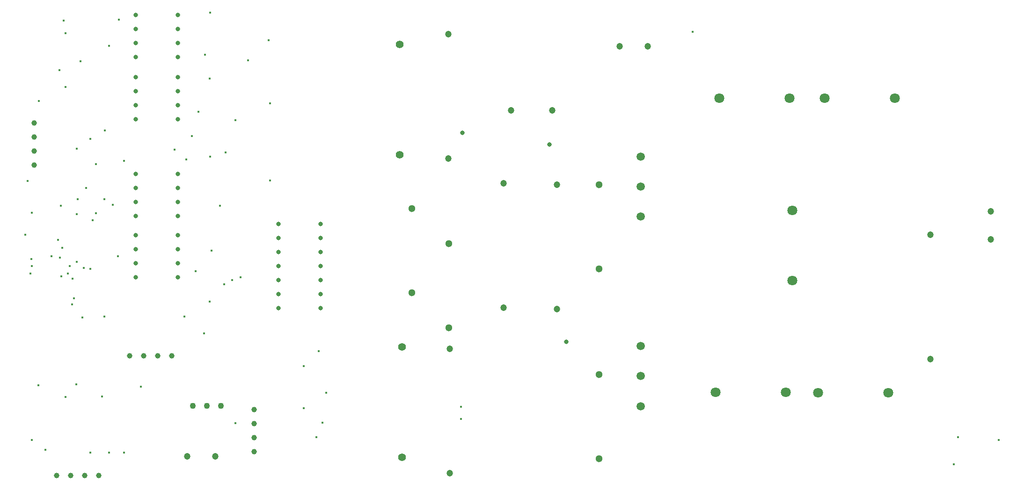
<source format=gbr>
%TF.GenerationSoftware,KiCad,Pcbnew,(6.0.8)*%
%TF.CreationDate,2024-04-13T01:58:21+05:30*%
%TF.ProjectId,Lu_Testing,4c755f54-6573-4746-996e-672e6b696361,rev?*%
%TF.SameCoordinates,Original*%
%TF.FileFunction,Plated,1,2,PTH,Drill*%
%TF.FilePolarity,Positive*%
%FSLAX46Y46*%
G04 Gerber Fmt 4.6, Leading zero omitted, Abs format (unit mm)*
G04 Created by KiCad (PCBNEW (6.0.8)) date 2024-04-13 01:58:21*
%MOMM*%
%LPD*%
G01*
G04 APERTURE LIST*
%TA.AperFunction,ViaDrill*%
%ADD10C,0.400000*%
%TD*%
%TA.AperFunction,ViaDrill*%
%ADD11C,0.800000*%
%TD*%
%TA.AperFunction,ComponentDrill*%
%ADD12C,0.800000*%
%TD*%
%TA.AperFunction,ComponentDrill*%
%ADD13C,0.990600*%
%TD*%
%TA.AperFunction,ComponentDrill*%
%ADD14C,1.000000*%
%TD*%
%TA.AperFunction,ComponentDrill*%
%ADD15C,1.100000*%
%TD*%
%TA.AperFunction,ComponentDrill*%
%ADD16C,1.200000*%
%TD*%
%TA.AperFunction,ComponentDrill*%
%ADD17C,1.300000*%
%TD*%
%TA.AperFunction,ComponentDrill*%
%ADD18C,1.400000*%
%TD*%
%TA.AperFunction,ComponentDrill*%
%ADD19C,1.500000*%
%TD*%
%TA.AperFunction,ComponentDrill*%
%ADD20C,1.800000*%
%TD*%
G04 APERTURE END LIST*
D10*
X77694626Y-62047374D03*
X78105000Y-52324000D03*
X78613000Y-69088000D03*
X78740000Y-66421000D03*
X78867000Y-58039000D03*
X78867000Y-67691000D03*
X78867000Y-99187000D03*
X80010000Y-89281000D03*
X80137000Y-37846000D03*
X81280000Y-100965000D03*
X82423000Y-65913000D03*
X83566000Y-62992000D03*
X83820000Y-32258000D03*
X83947000Y-66167000D03*
X84074000Y-56769000D03*
X84201000Y-69596000D03*
X84328000Y-64389000D03*
X84582000Y-23301500D03*
X84963000Y-25599500D03*
X84963000Y-35306000D03*
X84963000Y-91440000D03*
X85344000Y-69088000D03*
X85725000Y-67691000D03*
X86106000Y-74676000D03*
X86233000Y-70039500D03*
X86487000Y-73533000D03*
X86868000Y-89154000D03*
X86995000Y-46482000D03*
X86995000Y-58293000D03*
X86995000Y-66929000D03*
X87122000Y-55626000D03*
X87630000Y-30607000D03*
X88000000Y-77000000D03*
X88243270Y-68053374D03*
X88646000Y-53594000D03*
X89408000Y-101473000D03*
X89431133Y-68220068D03*
X89459500Y-44704000D03*
X89813226Y-59385638D03*
X90424000Y-49276000D03*
X90424000Y-58166000D03*
X91567000Y-91313000D03*
X91948000Y-55626000D03*
X91948000Y-76835000D03*
X92075000Y-43180000D03*
X92837000Y-27813000D03*
X92837000Y-101473000D03*
X93472000Y-56642000D03*
X94451952Y-65913000D03*
X94615000Y-23114000D03*
X95504000Y-48641000D03*
X95504000Y-101473000D03*
X98552000Y-89535000D03*
X104648000Y-46609000D03*
X106426000Y-76835000D03*
X106807000Y-48387000D03*
X107823000Y-44196000D03*
X108458000Y-68614420D03*
X108966000Y-39785420D03*
X109982000Y-79883000D03*
X110198597Y-29425502D03*
X110998000Y-33782000D03*
X110998000Y-74168000D03*
X111125000Y-21844000D03*
X111125000Y-47879000D03*
X111379000Y-64897000D03*
X112903000Y-56769000D03*
X113665000Y-70993000D03*
X113919000Y-47117000D03*
X115062000Y-70231000D03*
X115697000Y-41275000D03*
X115697000Y-96139000D03*
X116586000Y-69723000D03*
X117983000Y-30480000D03*
X121666000Y-26797000D03*
X121920000Y-38227000D03*
X121920000Y-52197000D03*
X128016000Y-85852000D03*
X128016000Y-93472000D03*
X130302000Y-98679000D03*
X130735311Y-83094189D03*
X131394028Y-96054236D03*
X132080000Y-90678000D03*
X156464000Y-93218000D03*
X156464000Y-95377000D03*
X198374000Y-25273000D03*
X245618000Y-103632000D03*
X246380000Y-98679000D03*
X253730500Y-99202500D03*
D11*
X156718000Y-43561000D03*
X172466000Y-45720000D03*
X175514000Y-81407000D03*
D12*
%TO.C,U10*%
X97663000Y-51054000D03*
X97663000Y-53594000D03*
X97663000Y-56134000D03*
X97663000Y-58674000D03*
%TO.C,U7*%
X97673000Y-22235000D03*
X97673000Y-24775000D03*
X97673000Y-27315000D03*
X97673000Y-29855000D03*
%TO.C,U8*%
X97673000Y-33538000D03*
X97673000Y-36078000D03*
X97673000Y-38618000D03*
X97673000Y-41158000D03*
%TO.C,U6*%
X97673000Y-62113000D03*
X97673000Y-64653000D03*
X97673000Y-67193000D03*
X97673000Y-69733000D03*
%TO.C,U10*%
X105283000Y-51054000D03*
X105283000Y-53594000D03*
X105283000Y-56134000D03*
X105283000Y-58674000D03*
%TO.C,U7*%
X105293000Y-22235000D03*
X105293000Y-24775000D03*
X105293000Y-27315000D03*
X105293000Y-29855000D03*
%TO.C,U8*%
X105293000Y-33538000D03*
X105293000Y-36078000D03*
X105293000Y-38618000D03*
X105293000Y-41158000D03*
%TO.C,U6*%
X105293000Y-62113000D03*
X105293000Y-64653000D03*
X105293000Y-67193000D03*
X105293000Y-69733000D03*
%TO.C,U4*%
X123444000Y-60071000D03*
X123444000Y-62611000D03*
X123444000Y-65151000D03*
X123444000Y-67691000D03*
X123444000Y-70231000D03*
X123444000Y-72771000D03*
X123444000Y-75311000D03*
X131064000Y-60071000D03*
X131064000Y-62611000D03*
X131064000Y-65151000D03*
X131064000Y-67691000D03*
X131064000Y-70231000D03*
X131064000Y-72771000D03*
X131064000Y-75311000D03*
D13*
%TO.C,U15*%
X96520000Y-83997800D03*
X99060000Y-83997800D03*
X101600000Y-83997800D03*
X104140000Y-83997800D03*
%TO.C,U3*%
X119049800Y-93726000D03*
X119049800Y-96266000D03*
X119049800Y-98806000D03*
X119049800Y-101346000D03*
D14*
%TO.C,J5*%
X79248000Y-41783000D03*
X79248000Y-44323000D03*
X79248000Y-46863000D03*
X79248000Y-49403000D03*
%TO.C,J6*%
X83322000Y-105664000D03*
X85862000Y-105664000D03*
X88402000Y-105664000D03*
X90942000Y-105664000D03*
D15*
%TO.C,U2*%
X107950000Y-93020000D03*
X110490000Y-93020000D03*
X113030000Y-93020000D03*
D16*
%TO.C,J2*%
X106951500Y-102215500D03*
X112031500Y-102215500D03*
%TO.C,C20*%
X154178000Y-25707000D03*
X154178000Y-48207000D03*
%TO.C,C23*%
X154432000Y-82730000D03*
X154432000Y-105230000D03*
%TO.C,C11*%
X164211000Y-52758000D03*
X164211000Y-75258000D03*
%TO.C,C17*%
X165524246Y-39497000D03*
X173024246Y-39497000D03*
%TO.C,C4*%
X173863000Y-53012000D03*
X173863000Y-75512000D03*
%TO.C,J1*%
X185183500Y-27920500D03*
X190263500Y-27920500D03*
%TO.C,C24*%
X241409500Y-62082000D03*
X241409500Y-84582000D03*
%TO.C,J3*%
X252312000Y-57820500D03*
X252312000Y-62900500D03*
D17*
%TO.C,D5*%
X147574000Y-57277000D03*
X147574000Y-72517000D03*
%TO.C,D6*%
X154305000Y-63627000D03*
X154305000Y-78867000D03*
%TO.C,D3*%
X181483000Y-52959000D03*
X181483000Y-68199000D03*
%TO.C,D7*%
X181483000Y-87376000D03*
X181483000Y-102616000D03*
D18*
%TO.C,R9*%
X145415000Y-27592000D03*
X145415000Y-47592000D03*
%TO.C,R11*%
X145796000Y-82329000D03*
X145796000Y-102329000D03*
D19*
%TO.C,Q1*%
X189029000Y-47879000D03*
X189029000Y-53329000D03*
X189029000Y-58779000D03*
%TO.C,Q2*%
X189029000Y-82180000D03*
X189029000Y-87630000D03*
X189029000Y-93080000D03*
D20*
%TO.C,L5*%
X202560000Y-90563000D03*
%TO.C,L1*%
X203200000Y-37338000D03*
%TO.C,L5*%
X215260000Y-90563000D03*
%TO.C,L1*%
X215900000Y-37338000D03*
%TO.C,L2*%
X216408000Y-57653000D03*
X216408000Y-70353000D03*
%TO.C,L4*%
X221107000Y-90678000D03*
%TO.C,L3*%
X222255000Y-37338000D03*
%TO.C,L4*%
X233807000Y-90678000D03*
%TO.C,L3*%
X234955000Y-37338000D03*
M02*

</source>
